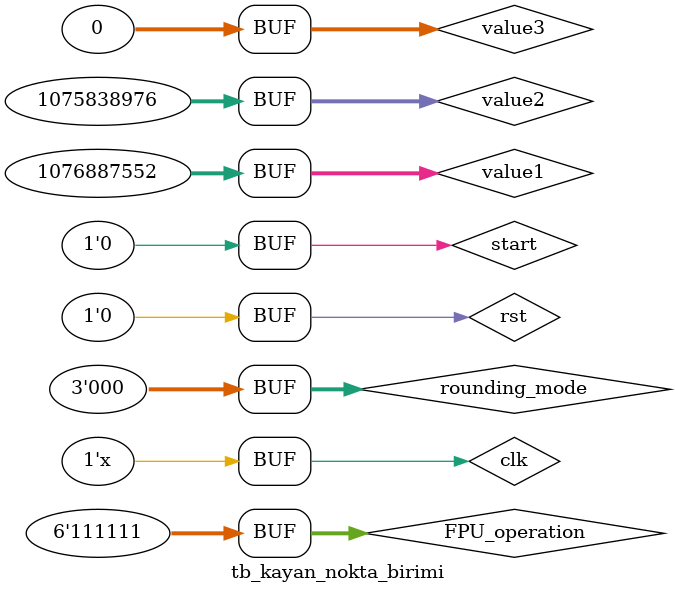
<source format=v>
`timescale 1ns / 1ps

module tb_kayan_nokta_birimi();

 // Inputs
    reg clk;
    reg rst;
    reg [31:0] value1;
    reg [31:0] value2;
    reg [31:0] value3;
    reg [5:0] FPU_operation;
    reg [2:0] rounding_mode;
    reg start;
    
    // Outputs
    wire [31:0] result;
    wire [4:0] flags;
    wire mesgul;

    // Instantiate the FPU unit
    kayan_nokta_birimi dut (
        .clk_i              (clk),
        .rst_i              (rst),
        .value1_i           (value1),
        .value2_i           (value2),
        .value3_i           (value3),
        .FPU_operation_i    (FPU_operation),
        .rounding_mode_i    (rounding_mode),
        .start_i            (start),
        .result_o           (result),
        .flags_o            (flags),
        .mesgul_o           (mesgul)
    );

    // Clock generation
    always #5 clk = ~clk;

    // Reset generation
    initial begin
        rst = 1;
        #10 rst = 0;
    end

    // Test cases
    initial begin
        // Test case 1: FADD
        value1 = 32'b01000000001100000000000000000000; // 3.0
        value2 = 32'b01000000001000000000000000000000; // 2.0
        value3 = 32'b00000000000000000000000000000000; // Unused for FADD
        FPU_operation = 6'b000000; // FADD
        rounding_mode = 3'b000; // Round to nearest
        start = 1;
        #20;
        start = 0;
        // Expected result: 5.0 (binary: 01000000010100000000000000000000)
        if (result !== 32'b01000000010100000000000000000000) $display("Test case 1 failed!");

        // Test case 2: FSUB
        value1 = 32'b01000000001100000000000000000000; // 3.0
        value2 = 32'b01000000001000000000000000000000; // 2.0
        value3 = 32'b00000000000000000000000000000000; // Unused for FSUB
        FPU_operation = 6'b000001; // FSUB
        rounding_mode = 3'b000; // Round to nearest
        start = 1;
        #20;
        start = 0;
        // Expected result: 1.0 (binary: 01000000000100000000000000000000)
        if (result !== 32'b01000000000100000000000000000000) $display("Test case 2 failed!");

        // Test case 3: FMUL
        value1 = 32'b01000000001100000000000000000000; // 3.0
        value2 = 32'b01000000001000000000000000000000; // 2.0
        value3 = 32'b00000000000000000000000000000000; // Unused for FMUL
        FPU_operation = 6'b000010; // FMUL
        rounding_mode = 3'b000; // Round to nearest
        start = 1;
        #20;
        start = 0;
        // Expected result: 6.0 (binary: 01000000010000000000000000000000)
        if (result !== 32'b01000000010000000000000000000000) $display("Test case 3 failed!");

        // Test case 4: FDIV
        value1 = 32'b01000000010000000000000000000000; // 4.0
        value2 = 32'b01000000001000000000000000000000; // 2.0
        value3 = 32'b00000000000000000000000000000000; // Unused for FDIV
        FPU_operation = 6'b000011; // FDIV
        rounding_mode = 3'b000; // Round to nearest
        start = 1;
        #20;
        start = 0;
        // Expected result: 2.0 (binary: 01000000000000000000000000000000)
        if (result !== 32'b01000000000000000000000000000000) $display("Test case 4 failed!");

        // Test case 5: Invalid operation
        value1 = 32'b01000000001100000000000000000000; // 3.0
        value2 = 32'b01000000001000000000000000000000; // 2.0
        value3 = 32'b00000000000000000000000000000000; // Unused for invalid operation
        FPU_operation = 6'b111111; // Invalid operation
        rounding_mode = 3'b000; // Round to nearest
        start = 1;
        #20;
        start = 0;
        // Expected result: xx
        if (result !== 32'bx_xxxxxxxxxxxxxxxxxxxxxxxxxxxxxx) $display("Test case 5 failed!");

        // More test cases can be added as needed
    end

endmodule
</source>
